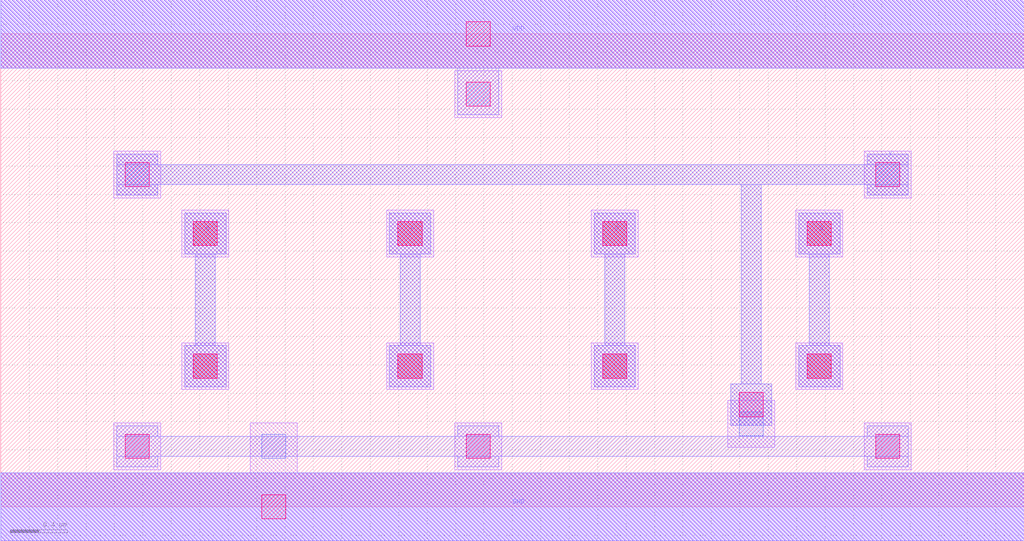
<source format=lef>
MACRO OAI22X1
 CLASS CORE ;
 FOREIGN OAI22X1 0 0 ;
 SIZE 7.2 BY 3.33 ;
 ORIGIN 0 0 ;
 SYMMETRY X Y R90 ;
 SITE unit ;
  PIN VDD
   DIRECTION INOUT ;
   USE POWER ;
   SHAPE ABUTMENT ;
    PORT
     CLASS CORE ;
       LAYER li1 ;
        RECT 0.00000000 3.09000000 7.20000000 3.57000000 ;
       LAYER met1 ;
        RECT 0.00000000 3.09000000 7.20000000 3.57000000 ;
    END
  END VDD

  PIN GND
   DIRECTION INOUT ;
   USE POWER ;
   SHAPE ABUTMENT ;
    PORT
     CLASS CORE ;
       LAYER li1 ;
        RECT 0.00000000 -0.24000000 7.20000000 0.24000000 ;
       LAYER met1 ;
        RECT 0.00000000 -0.24000000 7.20000000 0.24000000 ;
    END
  END GND

  PIN Y
   DIRECTION INOUT ;
   USE SIGNAL ;
   SHAPE ABUTMENT ;
    PORT
     CLASS CORE ;
       LAYER met1 ;
        RECT 5.13500000 0.57500000 5.42500000 0.86500000 ;
        RECT 0.81500000 2.19500000 1.10500000 2.27000000 ;
        RECT 5.21000000 0.86500000 5.35000000 2.27000000 ;
        RECT 6.09500000 2.19500000 6.38500000 2.27000000 ;
        RECT 0.81500000 2.27000000 6.38500000 2.41000000 ;
        RECT 0.81500000 2.41000000 1.10500000 2.48500000 ;
        RECT 6.09500000 2.41000000 6.38500000 2.48500000 ;
    END
  END Y

  PIN C
   DIRECTION INOUT ;
   USE SIGNAL ;
   SHAPE ABUTMENT ;
    PORT
     CLASS CORE ;
       LAYER met1 ;
        RECT 4.17500000 0.84500000 4.46500000 1.13500000 ;
        RECT 4.25000000 1.13500000 4.39000000 1.78000000 ;
        RECT 4.17500000 1.78000000 4.46500000 2.07000000 ;
    END
  END C

  PIN A
   DIRECTION INOUT ;
   USE SIGNAL ;
   SHAPE ABUTMENT ;
    PORT
     CLASS CORE ;
       LAYER met1 ;
        RECT 2.73500000 0.84500000 3.02500000 1.13500000 ;
        RECT 2.81000000 1.13500000 2.95000000 1.78000000 ;
        RECT 2.73500000 1.78000000 3.02500000 2.07000000 ;
    END
  END A

  PIN D
   DIRECTION INOUT ;
   USE SIGNAL ;
   SHAPE ABUTMENT ;
    PORT
     CLASS CORE ;
       LAYER met1 ;
        RECT 5.61500000 0.84500000 5.90500000 1.13500000 ;
        RECT 5.69000000 1.13500000 5.83000000 1.78000000 ;
        RECT 5.61500000 1.78000000 5.90500000 2.07000000 ;
    END
  END D

  PIN B
   DIRECTION INOUT ;
   USE SIGNAL ;
   SHAPE ABUTMENT ;
    PORT
     CLASS CORE ;
       LAYER met1 ;
        RECT 1.29500000 0.84500000 1.58500000 1.13500000 ;
        RECT 1.37000000 1.13500000 1.51000000 1.78000000 ;
        RECT 1.29500000 1.78000000 1.58500000 2.07000000 ;
    END
  END B

 OBS
    LAYER polycont ;
     RECT 1.35500000 0.90500000 1.52500000 1.07500000 ;
     RECT 2.79500000 0.90500000 2.96500000 1.07500000 ;
     RECT 4.23500000 0.90500000 4.40500000 1.07500000 ;
     RECT 5.67500000 0.90500000 5.84500000 1.07500000 ;
     RECT 1.35500000 1.84000000 1.52500000 2.01000000 ;
     RECT 2.79500000 1.84000000 2.96500000 2.01000000 ;
     RECT 4.23500000 1.84000000 4.40500000 2.01000000 ;
     RECT 5.67500000 1.84000000 5.84500000 2.01000000 ;

    LAYER pdiffc ;
     RECT 0.87500000 2.25500000 1.04500000 2.42500000 ;
     RECT 6.15500000 2.25500000 6.32500000 2.42500000 ;
     RECT 3.27500000 2.82000000 3.44500000 2.99000000 ;

    LAYER ndiffc ;
     RECT 0.87500000 0.34000000 1.04500000 0.51000000 ;
     RECT 1.83500000 0.34000000 2.00500000 0.51000000 ;
     RECT 3.27500000 0.34000000 3.44500000 0.51000000 ;
     RECT 6.15500000 0.34000000 6.32500000 0.51000000 ;
     RECT 5.19500000 0.50000000 5.36500000 0.67000000 ;

    LAYER li1 ;
     RECT 0.79500000 0.26000000 1.12500000 0.59000000 ;
     RECT 0.00000000 -0.24000000 7.20000000 0.24000000 ;
     RECT 1.75500000 0.24000000 2.08500000 0.59000000 ;
     RECT 3.19500000 0.26000000 3.52500000 0.59000000 ;
     RECT 6.07500000 0.26000000 6.40500000 0.59000000 ;
     RECT 5.11500000 0.42000000 5.44500000 0.75000000 ;
     RECT 5.19500000 0.75000000 5.36500000 0.80500000 ;
     RECT 1.27500000 0.82500000 1.60500000 1.15500000 ;
     RECT 2.71500000 0.82500000 3.04500000 1.15500000 ;
     RECT 4.15500000 0.82500000 4.48500000 1.15500000 ;
     RECT 5.59500000 0.82500000 5.92500000 1.15500000 ;
     RECT 1.27500000 1.76000000 1.60500000 2.09000000 ;
     RECT 2.71500000 1.76000000 3.04500000 2.09000000 ;
     RECT 4.15500000 1.76000000 4.48500000 2.09000000 ;
     RECT 5.59500000 1.76000000 5.92500000 2.09000000 ;
     RECT 0.79500000 2.17500000 1.12500000 2.50500000 ;
     RECT 6.07500000 2.17500000 6.40500000 2.50500000 ;
     RECT 3.19500000 2.74000000 3.52500000 3.07000000 ;
     RECT 0.00000000 3.09000000 7.20000000 3.57000000 ;

    LAYER viali ;
     RECT 1.83500000 -0.08500000 2.00500000 0.08500000 ;
     RECT 0.87500000 0.34000000 1.04500000 0.51000000 ;
     RECT 3.27500000 0.34000000 3.44500000 0.51000000 ;
     RECT 6.15500000 0.34000000 6.32500000 0.51000000 ;
     RECT 5.19500000 0.63500000 5.36500000 0.80500000 ;
     RECT 1.35500000 0.90500000 1.52500000 1.07500000 ;
     RECT 2.79500000 0.90500000 2.96500000 1.07500000 ;
     RECT 4.23500000 0.90500000 4.40500000 1.07500000 ;
     RECT 5.67500000 0.90500000 5.84500000 1.07500000 ;
     RECT 1.35500000 1.84000000 1.52500000 2.01000000 ;
     RECT 2.79500000 1.84000000 2.96500000 2.01000000 ;
     RECT 4.23500000 1.84000000 4.40500000 2.01000000 ;
     RECT 5.67500000 1.84000000 5.84500000 2.01000000 ;
     RECT 0.87500000 2.25500000 1.04500000 2.42500000 ;
     RECT 6.15500000 2.25500000 6.32500000 2.42500000 ;
     RECT 3.27500000 2.82000000 3.44500000 2.99000000 ;
     RECT 3.27500000 3.24500000 3.44500000 3.41500000 ;

    LAYER met1 ;
     RECT 0.00000000 -0.24000000 7.20000000 0.24000000 ;
     RECT 0.81500000 0.28000000 1.10500000 0.35500000 ;
     RECT 3.21500000 0.28000000 3.50500000 0.35500000 ;
     RECT 6.09500000 0.28000000 6.38500000 0.35500000 ;
     RECT 0.81500000 0.35500000 6.38500000 0.49500000 ;
     RECT 0.81500000 0.49500000 1.10500000 0.57000000 ;
     RECT 3.21500000 0.49500000 3.50500000 0.57000000 ;
     RECT 6.09500000 0.49500000 6.38500000 0.57000000 ;
     RECT 1.29500000 0.84500000 1.58500000 1.13500000 ;
     RECT 1.37000000 1.13500000 1.51000000 1.78000000 ;
     RECT 1.29500000 1.78000000 1.58500000 2.07000000 ;
     RECT 2.73500000 0.84500000 3.02500000 1.13500000 ;
     RECT 2.81000000 1.13500000 2.95000000 1.78000000 ;
     RECT 2.73500000 1.78000000 3.02500000 2.07000000 ;
     RECT 4.17500000 0.84500000 4.46500000 1.13500000 ;
     RECT 4.25000000 1.13500000 4.39000000 1.78000000 ;
     RECT 4.17500000 1.78000000 4.46500000 2.07000000 ;
     RECT 5.61500000 0.84500000 5.90500000 1.13500000 ;
     RECT 5.69000000 1.13500000 5.83000000 1.78000000 ;
     RECT 5.61500000 1.78000000 5.90500000 2.07000000 ;
     RECT 5.13500000 0.57500000 5.42500000 0.86500000 ;
     RECT 0.81500000 2.19500000 1.10500000 2.27000000 ;
     RECT 5.21000000 0.86500000 5.35000000 2.27000000 ;
     RECT 6.09500000 2.19500000 6.38500000 2.27000000 ;
     RECT 0.81500000 2.27000000 6.38500000 2.41000000 ;
     RECT 0.81500000 2.41000000 1.10500000 2.48500000 ;
     RECT 6.09500000 2.41000000 6.38500000 2.48500000 ;
     RECT 3.21500000 2.76000000 3.50500000 3.09000000 ;
     RECT 0.00000000 3.09000000 7.20000000 3.57000000 ;

 END
END OAI22X1

</source>
